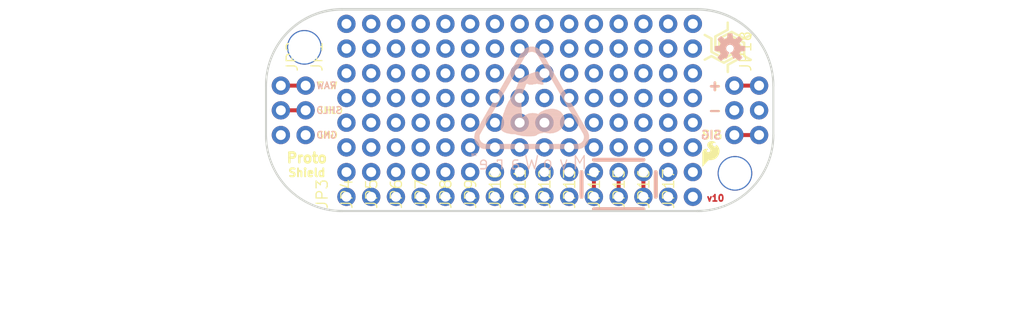
<source format=kicad_pcb>
(kicad_pcb (version 20211014) (generator pcbnew)
  (layers (0 "F.Cu" signal) (31 "B.Cu" signal) (34 "B.Paste" user) (35 "F.Paste" user) (36 "B.SilkS" user "B.Silkscreen") (37 "F.SilkS" user "F.Silkscreen") (38 "B.Mask" user) (39 "F.Mask" user) (44 "Edge.Cuts" user))
  (net 0 "")
  (net 1 "GND")
  (net 2 "SIG")
  (net 3 "SHIELD_PWR")
  (net 4 "RAW_EMG")
  (net 5 "MID")
  (net 6 "END")
  (net 7 "REFERENCE")
  (net 8 "N$1")
  (net 9 "N$2")
  (net 10 "VCC")
  (footprint "boardEagle:1X08_NO_SILK" (layer "F.Cu") (at 143.4211 113.92535 90)
    (fp_text reference "JP8" (at -1.3462 -1.8288 90) (layer "F.SilkS") (effects (font (size 1.143 1.143) (thickness 0.127)) (justify left bottom)))
    (fp_text value "")
    (pad "1" thru_hole circle (at 0 0 180) (size 1.8796 1.8796) (drill 1.016) (layers *.Cu *.Mask))
    (pad "2" thru_hole circle (at 2.54 0 180) (size 1.8796 1.8796) (drill 1.016) (layers *.Cu *.Mask))
    (pad "3" thru_hole circle (at 5.08 0 180) (size 1.8796 1.8796) (drill 1.016) (layers *.Cu *.Mask))
    (pad "4" thru_hole circle (at 7.62 0 180) (size 1.8796 1.8796) (drill 1.016) (layers *.Cu *.Mask))
    (pad "5" thru_hole circle (at 10.16 0 180) (size 1.8796 1.8796) (drill 1.016) (layers *.Cu *.Mask))
    (pad "6" thru_hole circle (at 12.7 0 180) (size 1.8796 1.8796) (drill 1.016) (layers *.Cu *.Mask))
    (pad "7" thru_hole circle (at 15.24 0 180) (size 1.8796 1.8796) (drill 1.016) (layers *.Cu *.Mask))
    (pad "8" thru_hole circle (at 17.78 0 180) (size 1.8796 1.8796) (drill 1.016) (layers *.Cu *.Mask))
  )
  (footprint "boardEagle:1X08_NO_SILK" (layer "F.Cu") (at 148.5011 113.92535 90)
    (fp_text reference "JP10" (at -1.3462 -1.8288 90) (layer "F.SilkS") (effects (font (size 1.143 1.143) (thickness 0.127)) (justify left bottom)))
    (fp_text value "")
    (pad "1" thru_hole circle (at 0 0 180) (size 1.8796 1.8796) (drill 1.016) (layers *.Cu *.Mask))
    (pad "2" thru_hole circle (at 2.54 0 180) (size 1.8796 1.8796) (drill 1.016) (layers *.Cu *.Mask))
    (pad "3" thru_hole circle (at 5.08 0 180) (size 1.8796 1.8796) (drill 1.016) (layers *.Cu *.Mask))
    (pad "4" thru_hole circle (at 7.62 0 180) (size 1.8796 1.8796) (drill 1.016) (layers *.Cu *.Mask))
    (pad "5" thru_hole circle (at 10.16 0 180) (size 1.8796 1.8796) (drill 1.016) (layers *.Cu *.Mask))
    (pad "6" thru_hole circle (at 12.7 0 180) (size 1.8796 1.8796) (drill 1.016) (layers *.Cu *.Mask))
    (pad "7" thru_hole circle (at 15.24 0 180) (size 1.8796 1.8796) (drill 1.016) (layers *.Cu *.Mask))
    (pad "8" thru_hole circle (at 17.78 0 180) (size 1.8796 1.8796) (drill 1.016) (layers *.Cu *.Mask))
  )
  (footprint "boardEagle:1X08_NO_SILK" (layer "F.Cu") (at 163.7411 113.92535 90)
    (fp_text reference "JP16" (at -1.3462 -1.8288 90) (layer "F.SilkS") (effects (font (size 1.143 1.143) (thickness 0.127)) (justify left bottom)))
    (fp_text value "")
    (pad "1" thru_hole circle (at 0 0 180) (size 1.8796 1.8796) (drill 1.016) (layers *.Cu *.Mask))
    (pad "2" thru_hole circle (at 2.54 0 180) (size 1.8796 1.8796) (drill 1.016) (layers *.Cu *.Mask))
    (pad "3" thru_hole circle (at 5.08 0 180) (size 1.8796 1.8796) (drill 1.016) (layers *.Cu *.Mask))
    (pad "4" thru_hole circle (at 7.62 0 180) (size 1.8796 1.8796) (drill 1.016) (layers *.Cu *.Mask))
    (pad "5" thru_hole circle (at 10.16 0 180) (size 1.8796 1.8796) (drill 1.016) (layers *.Cu *.Mask))
    (pad "6" thru_hole circle (at 12.7 0 180) (size 1.8796 1.8796) (drill 1.016) (layers *.Cu *.Mask))
    (pad "7" thru_hole circle (at 15.24 0 180) (size 1.8796 1.8796) (drill 1.016) (layers *.Cu *.Mask))
    (pad "8" thru_hole circle (at 17.78 0 180) (size 1.8796 1.8796) (drill 1.016) (layers *.Cu *.Mask))
  )
  (footprint "boardEagle:1X08_NO_SILK" (layer "F.Cu") (at 140.8811 113.92535 90)
    (fp_text reference "JP7" (at -1.3462 -1.8288 90) (layer "F.SilkS") (effects (font (size 1.143 1.143) (thickness 0.127)) (justify left bottom)))
    (fp_text value "")
    (pad "1" thru_hole circle (at 0 0 180) (size 1.8796 1.8796) (drill 1.016) (layers *.Cu *.Mask))
    (pad "2" thru_hole circle (at 2.54 0 180) (size 1.8796 1.8796) (drill 1.016) (layers *.Cu *.Mask))
    (pad "3" thru_hole circle (at 5.08 0 180) (size 1.8796 1.8796) (drill 1.016) (layers *.Cu *.Mask))
    (pad "4" thru_hole circle (at 7.62 0 180) (size 1.8796 1.8796) (drill 1.016) (layers *.Cu *.Mask))
    (pad "5" thru_hole circle (at 10.16 0 180) (size 1.8796 1.8796) (drill 1.016) (layers *.Cu *.Mask))
    (pad "6" thru_hole circle (at 12.7 0 180) (size 1.8796 1.8796) (drill 1.016) (layers *.Cu *.Mask))
    (pad "7" thru_hole circle (at 15.24 0 180) (size 1.8796 1.8796) (drill 1.016) (layers *.Cu *.Mask))
    (pad "8" thru_hole circle (at 17.78 0 180) (size 1.8796 1.8796) (drill 1.016) (layers *.Cu *.Mask))
  )
  (footprint "boardEagle:1X08_NO_SILK" (layer "F.Cu") (at 158.6611 113.92535 90)
    (fp_text reference "JP14" (at -1.3462 -1.8288 90) (layer "F.SilkS") (effects (font (size 1.143 1.143) (thickness 0.127)) (justify left bottom)))
    (fp_text value "")
    (pad "1" thru_hole circle (at 0 0 180) (size 1.8796 1.8796) (drill 1.016) (layers *.Cu *.Mask) (net 6 "END"))
    (pad "2" thru_hole circle (at 2.54 0 180) (size 1.8796 1.8796) (drill 1.016) (layers *.Cu *.Mask) (net 6 "END"))
    (pad "3" thru_hole circle (at 5.08 0 180) (size 1.8796 1.8796) (drill 1.016) (layers *.Cu *.Mask))
    (pad "4" thru_hole circle (at 7.62 0 180) (size 1.8796 1.8796) (drill 1.016) (layers *.Cu *.Mask))
    (pad "5" thru_hole circle (at 10.16 0 180) (size 1.8796 1.8796) (drill 1.016) (layers *.Cu *.Mask))
    (pad "6" thru_hole circle (at 12.7 0 180) (size 1.8796 1.8796) (drill 1.016) (layers *.Cu *.Mask))
    (pad "7" thru_hole circle (at 15.24 0 180) (size 1.8796 1.8796) (drill 1.016) (layers *.Cu *.Mask))
    (pad "8" thru_hole circle (at 17.78 0 180) (size 1.8796 1.8796) (drill 1.016) (layers *.Cu *.Mask))
  )
  (footprint "boardEagle:CREATIVE_COMMONS" (layer "F.Cu") (at 115.4811 125.35535)
    (fp_text reference "FRAME1" hide)
    (fp_text value "FRAME-LETTER" hide)
  )
  (footprint "boardEagle:1X03_NO_SILK" (layer "F.Cu") (at 170.5356 102.49535 -90)
    (fp_text reference "JP18" (at -1.3462 -1.8288 -90) (layer "F.SilkS") (effects (font (size 1.143 1.143) (thickness 0.127)) (justify left bottom)))
    (fp_text value "Power")
    (pad "1" thru_hole circle (at 0 0) (size 1.8796 1.8796) (drill 1.016) (layers *.Cu *.Mask) (net 10 "VCC"))
    (pad "2" thru_hole circle (at 2.54 0) (size 1.8796 1.8796) (drill 1.016) (layers *.Cu *.Mask) (net 1 "GND"))
    (pad "3" thru_hole circle (at 5.08 0) (size 1.8796 1.8796) (drill 1.016) (layers *.Cu *.Mask) (net 2 "SIG"))
  )
  (footprint "boardEagle:1X08_NO_SILK" (layer "F.Cu") (at 145.9611 113.92535 90)
    (fp_text reference "JP9" (at -1.3462 -1.8288 90) (layer "F.SilkS") (effects (font (size 1.143 1.143) (thickness 0.127)) (justify left bottom)))
    (fp_text value "")
    (pad "1" thru_hole circle (at 0 0 180) (size 1.8796 1.8796) (drill 1.016) (layers *.Cu *.Mask))
    (pad "2" thru_hole circle (at 2.54 0 180) (size 1.8796 1.8796) (drill 1.016) (layers *.Cu *.Mask))
    (pad "3" thru_hole circle (at 5.08 0 180) (size 1.8796 1.8796) (drill 1.016) (layers *.Cu *.Mask))
    (pad "4" thru_hole circle (at 7.62 0 180) (size 1.8796 1.8796) (drill 1.016) (layers *.Cu *.Mask))
    (pad "5" thru_hole circle (at 10.16 0 180) (size 1.8796 1.8796) (drill 1.016) (layers *.Cu *.Mask))
    (pad "6" thru_hole circle (at 12.7 0 180) (size 1.8796 1.8796) (drill 1.016) (layers *.Cu *.Mask))
    (pad "7" thru_hole circle (at 15.24 0 180) (size 1.8796 1.8796) (drill 1.016) (layers *.Cu *.Mask))
    (pad "8" thru_hole circle (at 17.78 0 180) (size 1.8796 1.8796) (drill 1.016) (layers *.Cu *.Mask))
  )
  (footprint "boardEagle:1X03_NO_SILK" (layer "F.Cu") (at 173.0756 102.49535 -90)
    (fp_text reference "JP19" hide)
    (fp_text value "Power" hide)
    (pad "1" thru_hole circle (at 0 0) (size 1.8796 1.8796) (drill 1.016) (layers *.Cu *.Mask) (net 10 "VCC"))
    (pad "2" thru_hole circle (at 2.54 0) (size 1.8796 1.8796) (drill 1.016) (layers *.Cu *.Mask) (net 1 "GND"))
    (pad "3" thru_hole circle (at 5.08 0) (size 1.8796 1.8796) (drill 1.016) (layers *.Cu *.Mask) (net 2 "SIG"))
  )
  (footprint "boardEagle:1X08_NO_SILK" (layer "F.Cu") (at 161.2011 113.92535 90)
    (fp_text reference "JP15" (at -1.3462 -1.8288 90) (layer "F.SilkS") (effects (font (size 1.143 1.143) (thickness 0.127)) (justify left bottom)))
    (fp_text value "")
    (pad "1" thru_hole circle (at 0 0 180) (size 1.8796 1.8796) (drill 1.016) (layers *.Cu *.Mask) (net 5 "MID"))
    (pad "2" thru_hole circle (at 2.54 0 180) (size 1.8796 1.8796) (drill 1.016) (layers *.Cu *.Mask) (net 5 "MID"))
    (pad "3" thru_hole circle (at 5.08 0 180) (size 1.8796 1.8796) (drill 1.016) (layers *.Cu *.Mask))
    (pad "4" thru_hole circle (at 7.62 0 180) (size 1.8796 1.8796) (drill 1.016) (layers *.Cu *.Mask))
    (pad "5" thru_hole circle (at 10.16 0 180) (size 1.8796 1.8796) (drill 1.016) (layers *.Cu *.Mask))
    (pad "6" thru_hole circle (at 12.7 0 180) (size 1.8796 1.8796) (drill 1.016) (layers *.Cu *.Mask))
    (pad "7" thru_hole circle (at 15.24 0 180) (size 1.8796 1.8796) (drill 1.016) (layers *.Cu *.Mask))
    (pad "8" thru_hole circle (at 17.78 0 180) (size 1.8796 1.8796) (drill 1.016) (layers *.Cu *.Mask))
  )
  (footprint "boardEagle:SPIRAL_LOGO_60%" (layer "F.Cu") (at 169.9006 98.55835)
    (fp_text reference "U$9" hide)
    (fp_text value "" hide)
  )
  (footprint "boardEagle:1X08_NO_SILK" (layer "F.Cu") (at 153.5811 113.92535 90)
    (fp_text reference "JP12" (at -1.3462 -1.8288 90) (layer "F.SilkS") (effects (font (size 1.143 1.143) (thickness 0.127)) (justify left bottom)))
    (fp_text value "")
    (pad "1" thru_hole circle (at 0 0 180) (size 1.8796 1.8796) (drill 1.016) (layers *.Cu *.Mask))
    (pad "2" thru_hole circle (at 2.54 0 180) (size 1.8796 1.8796) (drill 1.016) (layers *.Cu *.Mask))
    (pad "3" thru_hole circle (at 5.08 0 180) (size 1.8796 1.8796) (drill 1.016) (layers *.Cu *.Mask))
    (pad "4" thru_hole circle (at 7.62 0 180) (size 1.8796 1.8796) (drill 1.016) (layers *.Cu *.Mask))
    (pad "5" thru_hole circle (at 10.16 0 180) (size 1.8796 1.8796) (drill 1.016) (layers *.Cu *.Mask))
    (pad "6" thru_hole circle (at 12.7 0 180) (size 1.8796 1.8796) (drill 1.016) (layers *.Cu *.Mask))
    (pad "7" thru_hole circle (at 15.24 0 180) (size 1.8796 1.8796) (drill 1.016) (layers *.Cu *.Mask))
    (pad "8" thru_hole circle (at 17.78 0 180) (size 1.8796 1.8796) (drill 1.016) (layers *.Cu *.Mask))
  )
  (footprint "boardEagle:1X03_NO_SILK" (layer "F.Cu") (at 126.5301 102.49535 -90)
    (fp_text reference "JP1" (at -1.3462 -1.8288 -90) (layer "F.SilkS") (effects (font (size 1.143 1.143) (thickness 0.127)) (justify left bottom)))
    (fp_text value "Raw")
    (pad "1" thru_hole circle (at 0 0) (size 1.8796 1.8796) (drill 1.016) (layers *.Cu *.Mask) (net 4 "RAW_EMG"))
    (pad "2" thru_hole circle (at 2.54 0) (size 1.8796 1.8796) (drill 1.016) (layers *.Cu *.Mask) (net 3 "SHIELD_PWR"))
    (pad "3" thru_hole circle (at 5.08 0) (size 1.8796 1.8796) (drill 1.016) (layers *.Cu *.Mask) (net 1 "GND"))
  )
  (footprint "boardEagle:STAND-OFF" (layer "F.Cu") (at 170.5991 111.51235)
    (fp_text reference "JP21" hide)
    (fp_text value "STAND-OFF" hide)
    (pad "" np_thru_hole circle (at 0 0) (size 3.302 3.302) (drill 3.302) (layers *.Cu *.Mask))
  )
  (footprint "boardEagle:1X08_NO_SILK" (layer "F.Cu") (at 151.0411 113.92535 90)
    (fp_text reference "JP11" (at -1.3462 -1.8288 90) (layer "F.SilkS") (effects (font (size 1.143 1.143) (thickness 0.127)) (justify left bottom)))
    (fp_text value "")
    (pad "1" thru_hole circle (at 0 0 180) (size 1.8796 1.8796) (drill 1.016) (layers *.Cu *.Mask))
    (pad "2" thru_hole circle (at 2.54 0 180) (size 1.8796 1.8796) (drill 1.016) (layers *.Cu *.Mask))
    (pad "3" thru_hole circle (at 5.08 0 180) (size 1.8796 1.8796) (drill 1.016) (layers *.Cu *.Mask))
    (pad "4" thru_hole circle (at 7.62 0 180) (size 1.8796 1.8796) (drill 1.016) (layers *.Cu *.Mask))
    (pad "5" thru_hole circle (at 10.16 0 180) (size 1.8796 1.8796) (drill 1.016) (layers *.Cu *.Mask))
    (pad "6" thru_hole circle (at 12.7 0 180) (size 1.8796 1.8796) (drill 1.016) (layers *.Cu *.Mask))
    (pad "7" thru_hole circle (at 15.24 0 180) (size 1.8796 1.8796) (drill 1.016) (layers *.Cu *.Mask))
    (pad "8" thru_hole circle (at 17.78 0 180) (size 1.8796 1.8796) (drill 1.016) (layers *.Cu *.Mask))
  )
  (footprint "boardEagle:1X08_NO_SILK" (layer "F.Cu") (at 156.1211 113.92535 90)
    (fp_text reference "JP13" (at -1.3462 -1.8288 90) (layer "F.SilkS") (effects (font (size 1.143 1.143) (thickness 0.127)) (justify left bottom)))
    (fp_text value "")
    (pad "1" thru_hole circle (at 0 0 180) (size 1.8796 1.8796) (drill 1.016) (layers *.Cu *.Mask) (net 7 "REFERENCE"))
    (pad "2" thru_hole circle (at 2.54 0 180) (size 1.8796 1.8796) (drill 1.016) (layers *.Cu *.Mask) (net 7 "REFERENCE"))
    (pad "3" thru_hole circle (at 5.08 0 180) (size 1.8796 1.8796) (drill 1.016) (layers *.Cu *.Mask))
    (pad "4" thru_hole circle (at 7.62 0 180) (size 1.8796 1.8796) (drill 1.016) (layers *.Cu *.Mask))
    (pad "5" thru_hole circle (at 10.16 0 180) (size 1.8796 1.8796) (drill 1.016) (layers *.Cu *.Mask))
    (pad "6" thru_hole circle (at 12.7 0 180) (size 1.8796 1.8796) (drill 1.016) (layers *.Cu *.Mask))
    (pad "7" thru_hole circle (at 15.24 0 180) (size 1.8796 1.8796) (drill 1.016) (layers *.Cu *.Mask))
    (pad "8" thru_hole circle (at 17.78 0 180) (size 1.8796 1.8796) (drill 1.016) (layers *.Cu *.Mask))
  )
  (footprint "boardEagle:1X08_NO_SILK" (layer "F.Cu") (at 138.3411 113.92535 90)
    (fp_text reference "JP6" (at -1.3462 -1.8288 90) (layer "F.SilkS") (effects (font (size 1.143 1.143) (thickness 0.127)) (justify left bottom)))
    (fp_text value "")
    (pad "1" thru_hole circle (at 0 0 180) (size 1.8796 1.8796) (drill 1.016) (layers *.Cu *.Mask))
    (pad "2" thru_hole circle (at 2.54 0 180) (size 1.8796 1.8796) (drill 1.016) (layers *.Cu *.Mask))
    (pad "3" thru_hole circle (at 5.08 0 180) (size 1.8796 1.8796) (drill 1.016) (layers *.Cu *.Mask))
    (pad "4" thru_hole circle (at 7.62 0 180) (size 1.8796 1.8796) (drill 1.016) (layers *.Cu *.Mask))
    (pad "5" thru_hole circle (at 10.16 0 180) (size 1.8796 1.8796) (drill 1.016) (layers *.Cu *.Mask))
    (pad "6" thru_hole circle (at 12.7 0 180) (size 1.8796 1.8796) (drill 1.016) (layers *.Cu *.Mask))
    (pad "7" thru_hole circle (at 15.24 0 180) (size 1.8796 1.8796) (drill 1.016) (layers *.Cu *.Mask))
    (pad "8" thru_hole circle (at 17.78 0 180) (size 1.8796 1.8796) (drill 1.016) (layers *.Cu *.Mask))
  )
  (footprint "boardEagle:STAND-OFF" (layer "F.Cu") (at 126.4031 98.55835)
    (fp_text reference "JP20" hide)
    (fp_text value "STAND-OFF" hide)
    (pad "" np_thru_hole circle (at 0 0) (size 3.302 3.302) (drill 3.302) (layers *.Cu *.Mask))
  )
  (footprint "boardEagle:1X08_NO_SILK" (layer "F.Cu") (at 133.2611 113.92535 90)
    (fp_text reference "JP4" (at -1.3462 -1.8288 90) (layer "F.SilkS") (effects (font (size 1.143 1.143) (thickness 0.127)) (justify left bottom)))
    (fp_text value "")
    (pad "1" thru_hole circle (at 0 0 180) (size 1.8796 1.8796) (drill 1.016) (layers *.Cu *.Mask))
    (pad "2" thru_hole circle (at 2.54 0 180) (size 1.8796 1.8796) (drill 1.016) (layers *.Cu *.Mask))
    (pad "3" thru_hole circle (at 5.08 0 180) (size 1.8796 1.8796) (drill 1.016) (layers *.Cu *.Mask))
    (pad "4" thru_hole circle (at 7.62 0 180) (size 1.8796 1.8796) (drill 1.016) (layers *.Cu *.Mask))
    (pad "5" thru_hole circle (at 10.16 0 180) (size 1.8796 1.8796) (drill 1.016) (layers *.Cu *.Mask))
    (pad "6" thru_hole circle (at 12.7 0 180) (size 1.8796 1.8796) (drill 1.016) (layers *.Cu *.Mask))
    (pad "7" thru_hole circle (at 15.24 0 180) (size 1.8796 1.8796) (drill 1.016) (layers *.Cu *.Mask))
    (pad "8" thru_hole circle (at 17.78 0 180) (size 1.8796 1.8796) (drill 1.016) (layers *.Cu *.Mask))
  )
  (footprint "boardEagle:1X03_NO_SILK" (layer "F.Cu") (at 123.9901 102.49535 -90)
    (fp_text reference "JP2" (at -1.3462 -1.8288 -90) (layer "F.SilkS") (effects (font (size 1.143 1.143) (thickness 0.127)) (justify left bottom)))
    (fp_text value "Raw")
    (pad "1" thru_hole circle (at 0 0) (size 1.8796 1.8796) (drill 1.016) (layers *.Cu *.Mask) (net 4 "RAW_EMG"))
    (pad "2" thru_hole circle (at 2.54 0) (size 1.8796 1.8796) (drill 1.016) (layers *.Cu *.Mask) (net 3 "SHIELD_PWR"))
    (pad "3" thru_hole circle (at 5.08 0) (size 1.8796 1.8796) (drill 1.016) (layers *.Cu *.Mask) (net 1 "GND"))
  )
  (footprint "boardEagle:1X08_NO_SILK" (layer "F.Cu") (at 135.8011 113.92535 90)
    (fp_text reference "JP5" (at -1.3462 -1.8288 90) (layer "F.SilkS") (effects (font (size 1.143 1.143) (thickness 0.127)) (justify left bottom)))
    (fp_text value "")
    (pad "1" thru_hole circle (at 0 0 180) (size 1.8796 1.8796) (drill 1.016) (layers *.Cu *.Mask))
    (pad "2" thru_hole circle (at 2.54 0 180) (size 1.8796 1.8796) (drill 1.016) (layers *.Cu *.Mask))
    (pad "3" thru_hole circle (at 5.08 0 180) (size 1.8796 1.8796) (drill 1.016) (layers *.Cu *.Mask))
    (pad "4" thru_hole circle (at 7.62 0 180) (size 1.8796 1.8796) (drill 1.016) (layers *.Cu *.Mask))
    (pad "5" thru_hole circle (at 10.16 0 180) (size 1.8796 1.8796) (drill 1.016) (layers *.Cu *.Mask))
    (pad "6" thru_hole circle (at 12.7 0 180) (size 1.8796 1.8796) (drill 1.016) (layers *.Cu *.Mask))
    (pad "7" thru_hole circle (at 15.24 0 180) (size 1.8796 1.8796) (drill 1.016) (layers *.Cu *.Mask))
    (pad "8" thru_hole circle (at 17.78 0 180) (size 1.8796 1.8796) (drill 1.016) (layers *.Cu *.Mask))
  )
  (footprint "boardEagle:1X08_NO_SILK" (layer "F.Cu") (at 130.7211 113.92535 90)
    (fp_text reference "JP3" (at -1.3462 -1.8288 90) (layer "F.SilkS") (effects (font (size 1.143 1.143) (thickness 0.127)) (justify left bottom)))
    (fp_text value "")
    (pad "1" thru_hole circle (at 0 0 180) (size 1.8796 1.8796) (drill 1.016) (layers *.Cu *.Mask))
    (pad "2" thru_hole circle (at 2.54 0 180) (size 1.8796 1.8796) (drill 1.016) (layers *.Cu *.Mask))
    (pad "3" thru_hole circle (at 5.08 0 180) (size 1.8796 1.8796) (drill 1.016) (layers *.Cu *.Mask))
    (pad "4" thru_hole circle (at 7.62 0 180) (size 1.8796 1.8796) (drill 1.016) (layers *.Cu *.Mask))
    (pad "5" thru_hole circle (at 10.16 0 180) (size 1.8796 1.8796) (drill 1.016) (layers *.Cu *.Mask))
    (pad "6" thru_hole circle (at 12.7 0 180) (size 1.8796 1.8796) (drill 1.016) (layers *.Cu *.Mask))
    (pad "7" thru_hole circle (at 15.24 0 180) (size 1.8796 1.8796) (drill 1.016) (layers *.Cu *.Mask))
    (pad "8" thru_hole circle (at 17.78 0 180) (size 1.8796 1.8796) (drill 1.016) (layers *.Cu *.Mask))
  )
  (footprint "boardEagle:1X08_NO_SILK" (layer "F.Cu") (at 166.2811 113.92535 90)
    (fp_text reference "JP17" (at -1.3462 -1.8288 90) (layer "F.SilkS") (effects (font (size 1.143 1.143) (thickness 0.127)) (justify left bottom)))
    (fp_text value "")
    (pad "1" thru_hole circle (at 0 0 180) (size 1.8796 1.8796) (drill 1.016) (layers *.Cu *.Mask))
    (pad "2" thru_hole circle (at 2.54 0 180) (size 1.8796 1.8796) (drill 1.016) (layers *.Cu *.Mask))
    (pad "3" thru_hole circle (at 5.08 0 180) (size 1.8796 1.8796) (drill 1.016) (layers *.Cu *.Mask))
    (pad "4" thru_hole circle (at 7.62 0 180) (size 1.8796 1.8796) (drill 1.016) (layers *.Cu *.Mask))
    (pad "5" thru_hole circle (at 10.16 0 180) (size 1.8796 1.8796) (drill 1.016) (layers *.Cu *.Mask))
    (pad "6" thru_hole circle (at 12.7 0 180) (size 1.8796 1.8796) (drill 1.016) (layers *.Cu *.Mask))
    (pad "7" thru_hole circle (at 15.24 0 180) (size 1.8796 1.8796) (drill 1.016) (layers *.Cu *.Mask))
    (pad "8" thru_hole circle (at 17.78 0 180) (size 1.8796 1.8796) (drill 1.016) (layers *.Cu *.Mask))
  )
  (footprint "boardEagle:SFE_LOGO_FLAME_.1" (layer "F.Cu") (at 166.9711 111.11535)
    (fp_text reference "LOGO1" hide)
    (fp_text value "SFE_LOGO_FLAME.1_INCH" hide)
  )
  (footprint "boardEagle:MYOWARE_LOGO" (layer "B.Cu") (at 149.7711 105.03535 180)
    (fp_text reference "U$1" hide)
    (fp_text value "" hide)
  )
  (footprint "boardEagle:OSHW-LOGO-S" (layer "B.Cu") (at 170.0911 98.68535 180)
    (fp_text reference "LOGO2" hide)
    (fp_text value "OSHW-LOGOS" hide)
  )
  (gr_line (start 156.1211 110.11535) (end 161.2011 110.11535) (layer "B.SilkS") (width 0.4064))
  (gr_line (start 162.4711 111.38535) (end 162.4711 113.92535) (layer "B.SilkS") (width 0.4064))
  (gr_line (start 154.8511 111.38535) (end 154.8511 113.92535) (layer "B.SilkS") (width 0.4064))
  (gr_line (start 156.1211 115.19535) (end 161.2011 115.19535) (layer "B.SilkS") (width 0.4064))
  (gr_line (start 161.2011 110.11535) (end 156.1211 110.11535) (layer "F.SilkS") (width 0.4064))
  (gr_line (start 161.2011 115.19535) (end 156.1211 115.19535) (layer "F.SilkS") (width 0.4064))
  (gr_line (start 162.4711 111.38535) (end 162.4711 113.92535) (layer "F.SilkS") (width 0.4064))
  (gr_line (start 154.8511 113.92535) (end 154.8511 111.38535) (layer "F.SilkS") (width 0.4064))
  (gr_line (start 166.7256 94.62135) (end 130.2766 94.62135) (layer "Edge.Cuts") (width 0.2032))
  (gr_arc (start 130.276601 115.385849) (mid 124.753743 113.098207) (end 122.4661 107.57535) (layer "Edge.Cuts") (width 0.2032))
  (gr_line (start 174.5361 102.49535) (end 174.5361 107.57535) (layer "Edge.Cuts") (width 0.2032))
  (gr_line (start 130.2766 94.68485) (end 130.24485 94.62135) (layer "Edge.Cuts") (width 0.2032))
  (gr_arc (start 174.536101 107.575349) (mid 172.248458 113.098207) (end 166.7256 115.38585) (layer "Edge.Cuts") (width 0.2032))
  (gr_arc (start 122.466099 102.495351) (mid 124.74059 96.940743) (end 130.2766 94.62135) (layer "Edge.Cuts") (width 0.2032))
  (gr_line (start 130.2766 94.62135) (end 130.24485 94.62135) (layer "Edge.Cuts") (width 0.2032))
  (gr_line (start 130.2766 94.68485) (end 166.7256 94.68485) (layer "Edge.Cuts") (width 0.2032))
  (gr_line (start 130.2766 115.38585) (end 166.7256 115.38585) (layer "Edge.Cuts") (width 0.2032))
  (gr_line (start 122.4661 107.57535) (end 122.4661 102.49535) (layer "Edge.Cuts") (width 0.2032))
  (gr_arc (start 122.466099 102.495351) (mid 124.753742 96.972493) (end 130.2766 94.68485) (layer "Edge.Cuts") (width 0.2032))
  (gr_line (start 122.4661 102.49535) (end 122.4661 102.43185) (layer "Edge.Cuts") (width 0.2032))
  (gr_arc (start 174.536101 107.575349) (mid 172.248458 113.098207) (end 166.7256 115.38585) (layer "Edge.Cuts") (width 0.2032))
  (gr_arc (start 166.725599 94.684851) (mid 172.248457 96.972493) (end 174.5361 102.49535) (layer "Edge.Cuts") (width 0.2032))
  (gr_arc (start 130.276601 115.385849) (mid 124.753743 113.098207) (end 122.4661 107.57535) (layer "Edge.Cuts") (width 0.2032))
  (gr_arc (start 166.725599 94.621351) (mid 172.261608 96.940743) (end 174.5361 102.49535) (layer "Edge.Cuts") (width 0.2032))
  (gr_text "v10" (at 167.6311 114.44535) (layer "F.Cu") (effects (font (size 0.65024 0.65024) (thickness 0.16256)) (justify left bottom)))
  (gr_text "RAW" (at 127.55085 102.49535) (layer "B.SilkS") (effects (font (size 0.69088 0.69088) (thickness 0.12192)) (justify right mirror)))
  (gr_text "-" (at 169.32135 105.03535) (layer "B.SilkS") (effects (font (size 1.0541 1.0541) (thickness 0.2159)) (justify left mirror)))
  (gr_text "SHLD" (at 127.55085 105.03535) (layer "B.SilkS") (effects (font (size 0.69088 0.69088) (thickness 0.12192)) (justify right mirror)))
  (gr_text "+" (at 169.32135 102.49535) (layer "B.SilkS") (effects (font (size 1.016 1.016) (thickness 0.254)) (justify left mirror)))
  (gr_text "SIG" (at 169.2896 107.57535) (layer "B.SilkS") (effects (font (size 0.84328 0.84328) (thickness 0.17272)) (justify left mirror)))
  (gr_text "GND" (at 127.55085 107.57535) (layer "B.SilkS") (effects (font (size 0.69088 0.69088) (thickness 0.12192)) (justify right mirror)))
  (gr_text "+" (at 169.36085 102.49535) (layer "F.SilkS") (effects (font (size 1.016 1.016) (thickness 0.254)) (justify right)))
  (gr_text "-" (at 169.36085 105.03535) (layer "F.SilkS") (effects (font (size 1.0541 1.0541) (thickness 0.2159)) (justify right)))
  (gr_text "RAW" (at 127.64135 102.49535) (layer "F.SilkS") (effects (font (size 0.69088 0.69088) (thickness 0.12192)) (justify left)))
  (gr_text "Proto" (at 126.6571 109.92485) (layer "F.SilkS") (effects (font (size 1.016 1.016) (thickness 0.254))))
  (gr_text "SHLD" (at 127.64135 105.03535) (layer "F.SilkS") (effects (font (size 0.69088 0.69088) (thickness 0.12192)) (justify left)))
  (gr_text "SIG" (at 169.3926 107.57535) (layer "F.SilkS") (effects (font (size 0.84328 0.84328) (thickness 0.17272)) (justify right)))
  (gr_text "Shield" (at 126.6571 111.44885) (layer "F.SilkS") (effects (font (size 0.8128 0.8128) (thickness 0.2032))))
  (gr_text "GND" (at 127.64135 107.57535) (layer "F.SilkS") (effects (font (size 0.69088 0.69088) (thickness 0.12192)) (justify left)))
  (segment (start 173.0756 107.57535) (end 170.5356 107.57535) (width 0.4064) (layer "F.Cu") (net 2))
  (segment (start 123.9901 105.03535) (end 126.5301 105.03535) (width 0.4064) (layer "F.Cu") (net 3))
  (segment (start 123.9901 102.49535) (end 126.5301 102.49535) (width 0.4064) (layer "F.Cu") (net 4))
  (segment (start 161.2011 111.38535) (end 161.2011 113.92535) (width 0.4064) (layer "F.Cu") (net 5))
  (segment (start 158.6611 111.38535) (end 158.6611 113.92535) (width 0.4064) (layer "F.Cu") (net 6))
  (segment (start 156.1211 111.38535) (end 156.1211 113.92535) (width 0.4064) (layer "F.Cu") (net 7))
  (via (at 126.4031 98.55835) (size 3.556) (drill 3.302) (layers "F.Cu" "B.Cu") (net 8))
  (via (at 170.5991 111.51235) (size 3.556) (drill 3.302) (layers "F.Cu" "B.Cu") (net 9))
  (segment (start 170.5356 102.49535) (end 173.0756 102.49535) (width 0.4064) (layer "F.Cu") (net 10))
)
</source>
